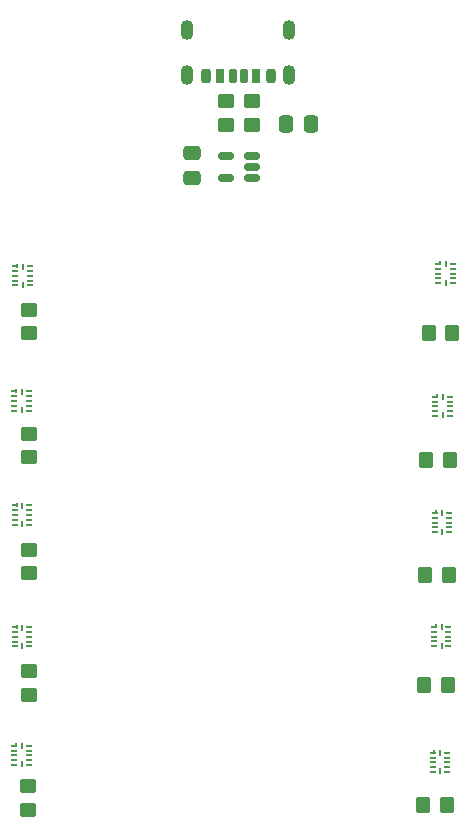
<source format=gtp>
G04 #@! TF.GenerationSoftware,KiCad,Pcbnew,8.0.1*
G04 #@! TF.CreationDate,2025-01-27T18:08:07-06:00*
G04 #@! TF.ProjectId,level-shifter,6c657665-6c2d-4736-9869-667465722e6b,rev?*
G04 #@! TF.SameCoordinates,Original*
G04 #@! TF.FileFunction,Paste,Top*
G04 #@! TF.FilePolarity,Positive*
%FSLAX46Y46*%
G04 Gerber Fmt 4.6, Leading zero omitted, Abs format (unit mm)*
G04 Created by KiCad (PCBNEW 8.0.1) date 2025-01-27 18:08:07*
%MOMM*%
%LPD*%
G01*
G04 APERTURE LIST*
G04 Aperture macros list*
%AMRoundRect*
0 Rectangle with rounded corners*
0 $1 Rounding radius*
0 $2 $3 $4 $5 $6 $7 $8 $9 X,Y pos of 4 corners*
0 Add a 4 corners polygon primitive as box body*
4,1,4,$2,$3,$4,$5,$6,$7,$8,$9,$2,$3,0*
0 Add four circle primitives for the rounded corners*
1,1,$1+$1,$2,$3*
1,1,$1+$1,$4,$5*
1,1,$1+$1,$6,$7*
1,1,$1+$1,$8,$9*
0 Add four rect primitives between the rounded corners*
20,1,$1+$1,$2,$3,$4,$5,0*
20,1,$1+$1,$4,$5,$6,$7,0*
20,1,$1+$1,$6,$7,$8,$9,0*
20,1,$1+$1,$8,$9,$2,$3,0*%
G04 Aperture macros list end*
%ADD10RoundRect,0.250000X0.450000X-0.350000X0.450000X0.350000X-0.450000X0.350000X-0.450000X-0.350000X0*%
%ADD11R,0.500000X0.200000*%
%ADD12R,0.199200X0.303200*%
%ADD13R,0.252400X0.500000*%
%ADD14RoundRect,0.250000X-0.350000X-0.450000X0.350000X-0.450000X0.350000X0.450000X-0.350000X0.450000X0*%
%ADD15RoundRect,0.250000X0.475000X-0.337500X0.475000X0.337500X-0.475000X0.337500X-0.475000X-0.337500X0*%
%ADD16RoundRect,0.150000X0.512500X0.150000X-0.512500X0.150000X-0.512500X-0.150000X0.512500X-0.150000X0*%
%ADD17RoundRect,0.250000X-0.450000X0.350000X-0.450000X-0.350000X0.450000X-0.350000X0.450000X0.350000X0*%
%ADD18RoundRect,0.175000X0.175000X0.425000X-0.175000X0.425000X-0.175000X-0.425000X0.175000X-0.425000X0*%
%ADD19RoundRect,0.190000X-0.190000X-0.410000X0.190000X-0.410000X0.190000X0.410000X-0.190000X0.410000X0*%
%ADD20RoundRect,0.200000X-0.200000X-0.400000X0.200000X-0.400000X0.200000X0.400000X-0.200000X0.400000X0*%
%ADD21RoundRect,0.175000X-0.175000X-0.425000X0.175000X-0.425000X0.175000X0.425000X-0.175000X0.425000X0*%
%ADD22RoundRect,0.190000X0.190000X0.410000X-0.190000X0.410000X-0.190000X-0.410000X0.190000X-0.410000X0*%
%ADD23RoundRect,0.200000X0.200000X0.400000X-0.200000X0.400000X-0.200000X-0.400000X0.200000X-0.400000X0*%
%ADD24O,1.100000X1.700000*%
%ADD25RoundRect,0.250000X-0.337500X-0.475000X0.337500X-0.475000X0.337500X0.475000X-0.337500X0.475000X0*%
G04 APERTURE END LIST*
D10*
X130100000Y-85100000D03*
X130100000Y-83100000D03*
D11*
X128932800Y-99480800D03*
D12*
X129083200Y-99429200D03*
D11*
X128932800Y-99887200D03*
X128932800Y-100293600D03*
X128932800Y-100700000D03*
X128932800Y-101106400D03*
D13*
X129566600Y-101055600D03*
D11*
X130150000Y-101106400D03*
X130150000Y-100700000D03*
X130150000Y-100293600D03*
X130150000Y-99887200D03*
X130150000Y-99480800D03*
D13*
X129565800Y-99506200D03*
D14*
X163750000Y-85300000D03*
X165750000Y-85300000D03*
D11*
X164767000Y-68724600D03*
D12*
X164917400Y-68673000D03*
D11*
X164767000Y-69131000D03*
X164767000Y-69537400D03*
X164767000Y-69943800D03*
X164767000Y-70350200D03*
D13*
X165400800Y-70299400D03*
D11*
X165984200Y-70350200D03*
X165984200Y-69943800D03*
X165984200Y-69537400D03*
X165984200Y-69131000D03*
X165984200Y-68724600D03*
D13*
X165400000Y-68750000D03*
D14*
X163600000Y-104400000D03*
X165600000Y-104400000D03*
D15*
X143900000Y-61437500D03*
X143900000Y-59362500D03*
D16*
X149037500Y-61462500D03*
X149037500Y-60512500D03*
X149037500Y-59562500D03*
X146762500Y-59562500D03*
X146762500Y-61462500D03*
D11*
X164413550Y-99461800D03*
D12*
X164563950Y-99410200D03*
D11*
X164413550Y-99868200D03*
X164413550Y-100274600D03*
X164413550Y-100681000D03*
X164413550Y-101087400D03*
D13*
X165047350Y-101036600D03*
D11*
X165630750Y-101087400D03*
X165630750Y-100681000D03*
X165630750Y-100274600D03*
X165630750Y-99868200D03*
X165630750Y-99461800D03*
D13*
X165046550Y-99487200D03*
D14*
X163950000Y-74550000D03*
X165950000Y-74550000D03*
D17*
X149000000Y-54950000D03*
X149000000Y-56950000D03*
D11*
X164513550Y-79961800D03*
D12*
X164663950Y-79910200D03*
D11*
X164513550Y-80368200D03*
X164513550Y-80774600D03*
X164513550Y-81181000D03*
X164513550Y-81587400D03*
D13*
X165147350Y-81536600D03*
D11*
X165730750Y-81587400D03*
X165730750Y-81181000D03*
X165730750Y-80774600D03*
X165730750Y-80368200D03*
X165730750Y-79961800D03*
D13*
X165146550Y-79987200D03*
D11*
X164463550Y-89811800D03*
D12*
X164613950Y-89760200D03*
D11*
X164463550Y-90218200D03*
X164463550Y-90624600D03*
X164463550Y-91031000D03*
X164463550Y-91437400D03*
D13*
X165097350Y-91386600D03*
D11*
X165680750Y-91437400D03*
X165680750Y-91031000D03*
X165680750Y-90624600D03*
X165680750Y-90218200D03*
X165680750Y-89811800D03*
D13*
X165096550Y-89837200D03*
D10*
X130100000Y-105200000D03*
X130100000Y-103200000D03*
D11*
X128913550Y-89161800D03*
D12*
X129063950Y-89110200D03*
D11*
X128913550Y-89568200D03*
X128913550Y-89974600D03*
X128913550Y-90381000D03*
X128913550Y-90787400D03*
D13*
X129547350Y-90736600D03*
D11*
X130130750Y-90787400D03*
X130130750Y-90381000D03*
X130130750Y-89974600D03*
X130130750Y-89568200D03*
X130130750Y-89161800D03*
D13*
X129546550Y-89187200D03*
D11*
X128863550Y-109511800D03*
D12*
X129013950Y-109460200D03*
D11*
X128863550Y-109918200D03*
X128863550Y-110324600D03*
X128863550Y-110731000D03*
X128863550Y-111137400D03*
D13*
X129497350Y-111086600D03*
D11*
X130080750Y-111137400D03*
X130080750Y-110731000D03*
X130080750Y-110324600D03*
X130080750Y-109918200D03*
X130080750Y-109511800D03*
D13*
X129496550Y-109537200D03*
D18*
X148350000Y-52780000D03*
D19*
X146330000Y-52780000D03*
D20*
X145100000Y-52780000D03*
D21*
X147350000Y-52780000D03*
D22*
X149370000Y-52780000D03*
D23*
X150600000Y-52780000D03*
D24*
X152170000Y-52700000D03*
X152170000Y-48900000D03*
X143530000Y-52700000D03*
X143530000Y-48900000D03*
D10*
X130050000Y-114950000D03*
X130050000Y-112950000D03*
D25*
X151912500Y-56900000D03*
X153987500Y-56900000D03*
D10*
X130100000Y-94900000D03*
X130100000Y-92900000D03*
D11*
X164289200Y-110115600D03*
D12*
X164439600Y-110064000D03*
D11*
X164289200Y-110522000D03*
X164289200Y-110928400D03*
X164289200Y-111334800D03*
X164289200Y-111741200D03*
D13*
X164923000Y-111690400D03*
D11*
X165506400Y-111741200D03*
X165506400Y-111334800D03*
X165506400Y-110928400D03*
X165506400Y-110522000D03*
X165506400Y-110115600D03*
D13*
X164922200Y-110141000D03*
D11*
X128963550Y-68911800D03*
D12*
X129113950Y-68860200D03*
D11*
X128963550Y-69318200D03*
X128963550Y-69724600D03*
X128963550Y-70131000D03*
X128963550Y-70537400D03*
D13*
X129597350Y-70486600D03*
D11*
X130180750Y-70537400D03*
X130180750Y-70131000D03*
X130180750Y-69724600D03*
X130180750Y-69318200D03*
X130180750Y-68911800D03*
D13*
X129596550Y-68937200D03*
D11*
X128863550Y-79511800D03*
D12*
X129013950Y-79460200D03*
D11*
X128863550Y-79918200D03*
X128863550Y-80324600D03*
X128863550Y-80731000D03*
X128863550Y-81137400D03*
D13*
X129497350Y-81086600D03*
D11*
X130080750Y-81137400D03*
X130080750Y-80731000D03*
X130080750Y-80324600D03*
X130080750Y-79918200D03*
X130080750Y-79511800D03*
D13*
X129496550Y-79537200D03*
D10*
X130150000Y-74600000D03*
X130150000Y-72600000D03*
D14*
X163500000Y-114500000D03*
X165500000Y-114500000D03*
D17*
X146800000Y-54950000D03*
X146800000Y-56950000D03*
D14*
X163650000Y-95050000D03*
X165650000Y-95050000D03*
M02*

</source>
